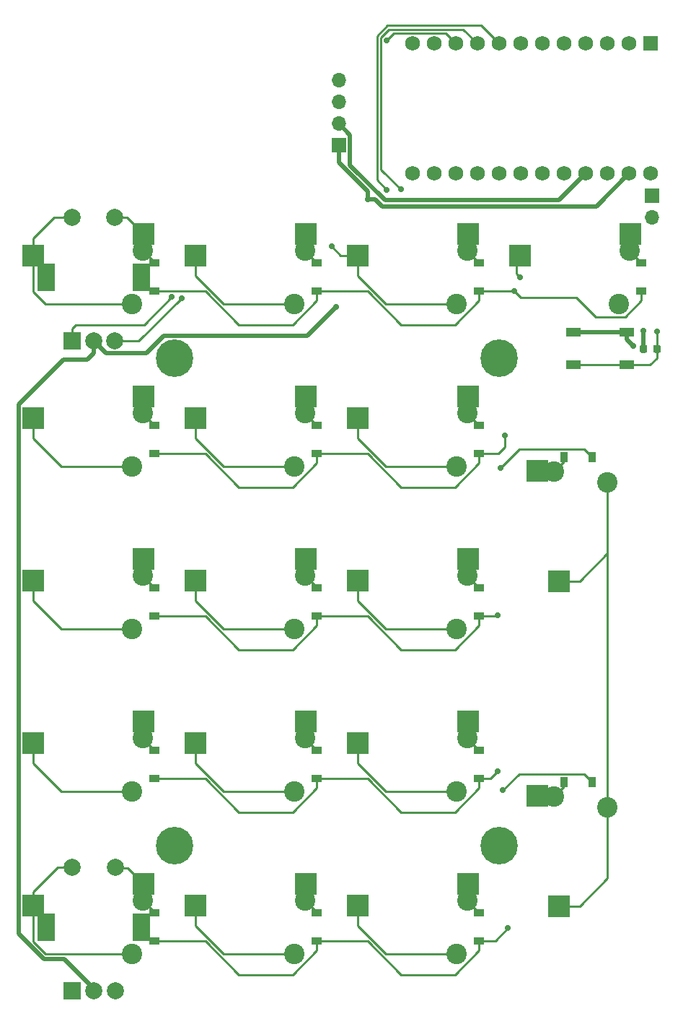
<source format=gbr>
G04 #@! TF.GenerationSoftware,KiCad,Pcbnew,(5.1.6)-1*
G04 #@! TF.CreationDate,2020-09-28T23:28:13+08:00*
G04 #@! TF.ProjectId,Hami,48616d69-2e6b-4696-9361-645f70636258,rev?*
G04 #@! TF.SameCoordinates,Original*
G04 #@! TF.FileFunction,Copper,L2,Bot*
G04 #@! TF.FilePolarity,Positive*
%FSLAX46Y46*%
G04 Gerber Fmt 4.6, Leading zero omitted, Abs format (unit mm)*
G04 Created by KiCad (PCBNEW (5.1.6)-1) date 2020-09-28 23:28:13*
%MOMM*%
%LPD*%
G01*
G04 APERTURE LIST*
G04 #@! TA.AperFunction,ComponentPad*
%ADD10C,2.400000*%
G04 #@! TD*
G04 #@! TA.AperFunction,SMDPad,CuDef*
%ADD11R,2.550000X2.500000*%
G04 #@! TD*
G04 #@! TA.AperFunction,ComponentPad*
%ADD12R,2.000000X3.200000*%
G04 #@! TD*
G04 #@! TA.AperFunction,ComponentPad*
%ADD13C,2.000000*%
G04 #@! TD*
G04 #@! TA.AperFunction,ComponentPad*
%ADD14R,2.000000X2.000000*%
G04 #@! TD*
G04 #@! TA.AperFunction,ComponentPad*
%ADD15R,1.752600X1.752600*%
G04 #@! TD*
G04 #@! TA.AperFunction,ComponentPad*
%ADD16C,1.752600*%
G04 #@! TD*
G04 #@! TA.AperFunction,SMDPad,CuDef*
%ADD17R,2.500000X2.550000*%
G04 #@! TD*
G04 #@! TA.AperFunction,ComponentPad*
%ADD18O,1.700000X1.700000*%
G04 #@! TD*
G04 #@! TA.AperFunction,ComponentPad*
%ADD19R,1.700000X1.700000*%
G04 #@! TD*
G04 #@! TA.AperFunction,SMDPad,CuDef*
%ADD20R,1.700000X1.000000*%
G04 #@! TD*
G04 #@! TA.AperFunction,SMDPad,CuDef*
%ADD21R,1.200000X0.900000*%
G04 #@! TD*
G04 #@! TA.AperFunction,ComponentPad*
%ADD22C,4.400000*%
G04 #@! TD*
G04 #@! TA.AperFunction,SMDPad,CuDef*
%ADD23R,0.900000X1.200000*%
G04 #@! TD*
G04 #@! TA.AperFunction,ViaPad*
%ADD24C,0.700000*%
G04 #@! TD*
G04 #@! TA.AperFunction,Conductor*
%ADD25C,0.250000*%
G04 #@! TD*
G04 #@! TA.AperFunction,Conductor*
%ADD26C,0.500000*%
G04 #@! TD*
G04 APERTURE END LIST*
D10*
X160075000Y-104750000D03*
X161325000Y-98450000D03*
D11*
X161417000Y-96520000D03*
X148490000Y-99060000D03*
D10*
X141025000Y-104750000D03*
X142275000Y-98450000D03*
D11*
X142367000Y-96520000D03*
X129440000Y-99060000D03*
D10*
X160075000Y-85700000D03*
X161325000Y-79400000D03*
D11*
X161417000Y-77470000D03*
X148490000Y-80010000D03*
D10*
X141025000Y-66650000D03*
X142275000Y-60350000D03*
D11*
X142367000Y-58420000D03*
X129440000Y-60960000D03*
D10*
X160075000Y-66650000D03*
X161325000Y-60350000D03*
D11*
X161417000Y-58420000D03*
X148490000Y-60960000D03*
D12*
X123075000Y-139700000D03*
X111875000Y-139700000D03*
D13*
X119975000Y-132700000D03*
X119975000Y-147200000D03*
X117475000Y-147200000D03*
D14*
X114975000Y-147200000D03*
D13*
X114975000Y-132700000D03*
D12*
X123061000Y-63481999D03*
X111861000Y-63481999D03*
D13*
X119961000Y-56481999D03*
X119961000Y-70981999D03*
X117461000Y-70981999D03*
D14*
X114961000Y-70981999D03*
D13*
X114961000Y-56481999D03*
D15*
X182829200Y-36108000D03*
D16*
X180289200Y-36108000D03*
X177749200Y-36108000D03*
X175209200Y-36108000D03*
X172669200Y-36108000D03*
X170129200Y-36108000D03*
X167589200Y-36108000D03*
X165049200Y-36108000D03*
X162509200Y-36108000D03*
X159969200Y-36108000D03*
X157429200Y-36108000D03*
X154889200Y-51348000D03*
X157429200Y-51348000D03*
X159969200Y-51348000D03*
X162509200Y-51348000D03*
X165049200Y-51348000D03*
X167589200Y-51348000D03*
X170129200Y-51348000D03*
X172669200Y-51348000D03*
X175209200Y-51348000D03*
X177749200Y-51348000D03*
X180289200Y-51348000D03*
X154889200Y-36108000D03*
X182829200Y-51348000D03*
D17*
X172085000Y-137260000D03*
X169545000Y-124333000D03*
D10*
X177775000Y-125675000D03*
X171475000Y-124425000D03*
D17*
X172085000Y-99160000D03*
X169545000Y-86233000D03*
D10*
X177775000Y-87575000D03*
X171475000Y-86325000D03*
X179125000Y-66650000D03*
X180375000Y-60350000D03*
D11*
X180467000Y-58420000D03*
X167540000Y-60960000D03*
D10*
X160075000Y-142850000D03*
X161325000Y-136550000D03*
D11*
X161417000Y-134620000D03*
X148490000Y-137160000D03*
D10*
X160075000Y-123800000D03*
X161325000Y-117500000D03*
D11*
X161417000Y-115570000D03*
X148490000Y-118110000D03*
D10*
X141025000Y-142850000D03*
X142275000Y-136550000D03*
D11*
X142367000Y-134620000D03*
X129440000Y-137160000D03*
D10*
X141025000Y-123800000D03*
X142275000Y-117500000D03*
D11*
X142367000Y-115570000D03*
X129440000Y-118110000D03*
D10*
X141025000Y-85700000D03*
X142275000Y-79400000D03*
D11*
X142367000Y-77470000D03*
X129440000Y-80010000D03*
D10*
X121975000Y-142850000D03*
X123225000Y-136550000D03*
D11*
X123317000Y-134620000D03*
X110390000Y-137160000D03*
D10*
X121975000Y-123800000D03*
X123225000Y-117500000D03*
D11*
X123317000Y-115570000D03*
X110390000Y-118110000D03*
D10*
X121975000Y-104750000D03*
X123225000Y-98450000D03*
D11*
X123317000Y-96520000D03*
X110390000Y-99060000D03*
D10*
X121975000Y-85700000D03*
X123225000Y-79400000D03*
D11*
X123317000Y-77470000D03*
X110390000Y-80010000D03*
D10*
X121975000Y-66650000D03*
X123225000Y-60350000D03*
D11*
X123317000Y-58420000D03*
X110390000Y-60960000D03*
D18*
X183042901Y-56461797D03*
D19*
X183042901Y-53921797D03*
D18*
X146242901Y-40411797D03*
X146242901Y-42951797D03*
X146242901Y-45491797D03*
D19*
X146242901Y-48031797D03*
D20*
X173761000Y-73781999D03*
X180061000Y-73781999D03*
X173761000Y-69981999D03*
X180061000Y-69981999D03*
D21*
X143668750Y-138050000D03*
X143668750Y-141350000D03*
D22*
X127000000Y-73025000D03*
X165100000Y-73025000D03*
G04 #@! TA.AperFunction,SMDPad,CuDef*
G36*
G01*
X184028900Y-71651150D02*
X184028900Y-72163650D01*
G75*
G02*
X183810150Y-72382400I-218750J0D01*
G01*
X183372650Y-72382400D01*
G75*
G02*
X183153900Y-72163650I0J218750D01*
G01*
X183153900Y-71651150D01*
G75*
G02*
X183372650Y-71432400I218750J0D01*
G01*
X183810150Y-71432400D01*
G75*
G02*
X184028900Y-71651150I0J-218750D01*
G01*
G37*
G04 #@! TD.AperFunction*
G04 #@! TA.AperFunction,SMDPad,CuDef*
G36*
G01*
X182453900Y-71651150D02*
X182453900Y-72163650D01*
G75*
G02*
X182235150Y-72382400I-218750J0D01*
G01*
X181797650Y-72382400D01*
G75*
G02*
X181578900Y-72163650I0J218750D01*
G01*
X181578900Y-71651150D01*
G75*
G02*
X181797650Y-71432400I218750J0D01*
G01*
X182235150Y-71432400D01*
G75*
G02*
X182453900Y-71651150I0J-218750D01*
G01*
G37*
G04 #@! TD.AperFunction*
X127000000Y-130175000D03*
X165100000Y-130175000D03*
D23*
X172657500Y-122682000D03*
X175957500Y-122682000D03*
X172657500Y-84582000D03*
X175957500Y-84582000D03*
D21*
X181768750Y-61850000D03*
X181768750Y-65150000D03*
X162718750Y-138050000D03*
X162718750Y-141350000D03*
X162718750Y-119000000D03*
X162718750Y-122300000D03*
X162718750Y-99950000D03*
X162718750Y-103250000D03*
X162718750Y-80900000D03*
X162718750Y-84200000D03*
X162718750Y-61850000D03*
X162718750Y-65150000D03*
X143668750Y-119000000D03*
X143668750Y-122300000D03*
X143668750Y-99950000D03*
X143668750Y-103250000D03*
X143668750Y-80900000D03*
X143668750Y-84200000D03*
X143668750Y-61850000D03*
X143668750Y-65150000D03*
X124618750Y-138050000D03*
X124618750Y-141350000D03*
X124618750Y-119000000D03*
X124618750Y-122300000D03*
X124618750Y-99950000D03*
X124618750Y-103250000D03*
X124618750Y-80900000D03*
X124618750Y-84200000D03*
X124618750Y-61850000D03*
X124618750Y-65150000D03*
D24*
X166850297Y-65150000D03*
X165702206Y-82046091D03*
X164860356Y-103109645D03*
X165227000Y-85852000D03*
X164868751Y-121446793D03*
X166116000Y-139827000D03*
X165521249Y-123657751D03*
X180800000Y-71525000D03*
X145950000Y-67000000D03*
X149625000Y-54350000D03*
X145400499Y-59900000D03*
X167481250Y-63500000D03*
X182016400Y-69773800D03*
X183591400Y-69849800D03*
X153525000Y-53224301D03*
X151875000Y-53250000D03*
X127775000Y-65950000D03*
X151854246Y-35725245D03*
X126625000Y-65825000D03*
D25*
X162718750Y-65150000D02*
X166850297Y-65150000D01*
X167575298Y-65875001D02*
X166850297Y-65150000D01*
X174091003Y-65875001D02*
X167575298Y-65875001D01*
X176391003Y-68175001D02*
X174091003Y-65875001D01*
X179857001Y-68175001D02*
X176391003Y-68175001D01*
X181768750Y-66263252D02*
X179857001Y-68175001D01*
X181768750Y-65150000D02*
X181768750Y-66263252D01*
X159907001Y-69075001D02*
X153546589Y-69075001D01*
X153546589Y-69075001D02*
X149621588Y-65150000D01*
X149621588Y-65150000D02*
X143668750Y-65150000D01*
X162718750Y-66263252D02*
X159907001Y-69075001D01*
X162718750Y-65150000D02*
X162718750Y-66263252D01*
X134496589Y-69075001D02*
X130571588Y-65150000D01*
X143668750Y-66263252D02*
X140857001Y-69075001D01*
X140857001Y-69075001D02*
X134496589Y-69075001D01*
X130571588Y-65150000D02*
X124618750Y-65150000D01*
X143668750Y-65150000D02*
X143668750Y-66263252D01*
X124618750Y-61743750D02*
X123225000Y-60350000D01*
X124618750Y-61850000D02*
X124618750Y-61743750D01*
X123225000Y-58512000D02*
X123317000Y-58420000D01*
X123225000Y-60350000D02*
X123225000Y-58512000D01*
X121378999Y-56481999D02*
X123317000Y-58420000D01*
X119961000Y-56481999D02*
X121378999Y-56481999D01*
X134496589Y-88125001D02*
X130571588Y-84200000D01*
X140857001Y-88125001D02*
X134496589Y-88125001D01*
X143668750Y-84200000D02*
X143668750Y-85313252D01*
X130571588Y-84200000D02*
X124618750Y-84200000D01*
X143668750Y-85313252D02*
X140857001Y-88125001D01*
X153546589Y-88125001D02*
X149621588Y-84200000D01*
X159907001Y-88125001D02*
X153546589Y-88125001D01*
X162718750Y-84200000D02*
X162718750Y-85313252D01*
X149621588Y-84200000D02*
X143668750Y-84200000D01*
X162718750Y-85313252D02*
X159907001Y-88125001D01*
X162718750Y-84200000D02*
X164945297Y-84200000D01*
X165702206Y-82046091D02*
X165702206Y-83443091D01*
X165702206Y-83443091D02*
X164945297Y-84200000D01*
X123225000Y-77562000D02*
X123317000Y-77470000D01*
X123225000Y-79400000D02*
X123225000Y-77562000D01*
X123225000Y-79506250D02*
X124618750Y-80900000D01*
X123225000Y-79400000D02*
X123225000Y-79506250D01*
X134496589Y-107175001D02*
X130571588Y-103250000D01*
X140857001Y-107175001D02*
X134496589Y-107175001D01*
X143668750Y-103250000D02*
X143668750Y-104363252D01*
X130571588Y-103250000D02*
X124618750Y-103250000D01*
X143668750Y-104363252D02*
X140857001Y-107175001D01*
X153546589Y-107175001D02*
X149621588Y-103250000D01*
X159907001Y-107175001D02*
X153546589Y-107175001D01*
X162718750Y-103250000D02*
X162718750Y-104363252D01*
X149621588Y-103250000D02*
X143668750Y-103250000D01*
X162718750Y-104363252D02*
X159907001Y-107175001D01*
X162718750Y-103250000D02*
X164720000Y-103250000D01*
X164720000Y-103250000D02*
X164860356Y-103109645D01*
X167422001Y-83656999D02*
X165227000Y-85852000D01*
X175957500Y-84582000D02*
X175032499Y-83656999D01*
X175032499Y-83656999D02*
X167422001Y-83656999D01*
X123225000Y-96612000D02*
X123317000Y-96520000D01*
X123225000Y-98450000D02*
X123225000Y-96612000D01*
X123225000Y-98556250D02*
X124618750Y-99950000D01*
X123225000Y-98450000D02*
X123225000Y-98556250D01*
X134496589Y-126225001D02*
X130571588Y-122300000D01*
X140857001Y-126225001D02*
X134496589Y-126225001D01*
X143668750Y-122300000D02*
X143668750Y-123413252D01*
X130571588Y-122300000D02*
X124618750Y-122300000D01*
X143668750Y-123413252D02*
X140857001Y-126225001D01*
X153546589Y-126225001D02*
X149621588Y-122300000D01*
X159907001Y-126225001D02*
X153546589Y-126225001D01*
X162718750Y-122300000D02*
X162718750Y-123413252D01*
X149621588Y-122300000D02*
X143668750Y-122300000D01*
X162718750Y-123413252D02*
X159907001Y-126225001D01*
X164015544Y-122300000D02*
X162718750Y-122300000D01*
X164868751Y-121446793D02*
X164015544Y-122300000D01*
X123225000Y-115662000D02*
X123317000Y-115570000D01*
X123225000Y-117500000D02*
X123225000Y-115662000D01*
X123225000Y-117606250D02*
X124618750Y-119000000D01*
X123225000Y-117500000D02*
X123225000Y-117606250D01*
X134496589Y-145275001D02*
X130571588Y-141350000D01*
X140857001Y-145275001D02*
X134496589Y-145275001D01*
X143668750Y-141350000D02*
X143668750Y-142463252D01*
X130571588Y-141350000D02*
X124618750Y-141350000D01*
X143668750Y-142463252D02*
X140857001Y-145275001D01*
X153546589Y-145275001D02*
X149621588Y-141350000D01*
X159907001Y-145275001D02*
X153546589Y-145275001D01*
X162718750Y-141350000D02*
X162718750Y-142463252D01*
X149621588Y-141350000D02*
X143668750Y-141350000D01*
X162718750Y-142463252D02*
X159907001Y-145275001D01*
X162718750Y-141350000D02*
X164593000Y-141350000D01*
X164593000Y-141350000D02*
X166116000Y-139827000D01*
X175957500Y-122682000D02*
X175032499Y-121756999D01*
X175032499Y-121756999D02*
X167422001Y-121756999D01*
X167422001Y-121756999D02*
X165521249Y-123657751D01*
X124618750Y-137943750D02*
X123225000Y-136550000D01*
X124618750Y-138050000D02*
X124618750Y-137943750D01*
X123317000Y-136458000D02*
X123225000Y-136550000D01*
X123317000Y-134620000D02*
X123317000Y-136458000D01*
X121491999Y-132794999D02*
X123317000Y-134620000D01*
X120474000Y-132794999D02*
X121491999Y-132794999D01*
X120379001Y-132700000D02*
X120474000Y-132794999D01*
X119975000Y-132700000D02*
X120379001Y-132700000D01*
X142275000Y-60456250D02*
X143668750Y-61850000D01*
X142275000Y-60350000D02*
X142275000Y-60456250D01*
X142275000Y-58512000D02*
X142367000Y-58420000D01*
X142275000Y-60350000D02*
X142275000Y-58512000D01*
X142275000Y-77562000D02*
X142367000Y-77470000D01*
X142275000Y-79400000D02*
X142275000Y-77562000D01*
X142275000Y-79506250D02*
X143668750Y-80900000D01*
X142275000Y-79400000D02*
X142275000Y-79506250D01*
X143668750Y-99843750D02*
X142275000Y-98450000D01*
X143668750Y-99950000D02*
X143668750Y-99843750D01*
X142275000Y-96612000D02*
X142367000Y-96520000D01*
X142275000Y-98450000D02*
X142275000Y-96612000D01*
X142275000Y-115662000D02*
X142367000Y-115570000D01*
X142275000Y-117500000D02*
X142275000Y-115662000D01*
X142275000Y-117606250D02*
X143668750Y-119000000D01*
X142275000Y-117500000D02*
X142275000Y-117606250D01*
X161325000Y-60456250D02*
X162718750Y-61850000D01*
X161325000Y-60350000D02*
X161325000Y-60456250D01*
X161325000Y-58512000D02*
X161417000Y-58420000D01*
X161325000Y-60350000D02*
X161325000Y-58512000D01*
X161325000Y-77562000D02*
X161417000Y-77470000D01*
X161325000Y-79400000D02*
X161325000Y-77562000D01*
X161325000Y-79506250D02*
X162718750Y-80900000D01*
X161325000Y-79400000D02*
X161325000Y-79506250D01*
X161325000Y-96612000D02*
X161417000Y-96520000D01*
X161325000Y-98450000D02*
X161325000Y-96612000D01*
X161325000Y-98556250D02*
X162718750Y-99950000D01*
X161325000Y-98450000D02*
X161325000Y-98556250D01*
X161325000Y-115662000D02*
X161417000Y-115570000D01*
X161325000Y-117500000D02*
X161325000Y-115662000D01*
X161325000Y-117606250D02*
X162718750Y-119000000D01*
X161325000Y-117500000D02*
X161325000Y-117606250D01*
X161325000Y-134712000D02*
X161417000Y-134620000D01*
X161325000Y-136550000D02*
X161325000Y-134712000D01*
X161325000Y-136656250D02*
X162718750Y-138050000D01*
X161325000Y-136550000D02*
X161325000Y-136656250D01*
X180375000Y-58512000D02*
X180467000Y-58420000D01*
X180375000Y-60350000D02*
X180375000Y-58512000D01*
X180375000Y-60456250D02*
X181768750Y-61850000D01*
X180375000Y-60350000D02*
X180375000Y-60456250D01*
X172657500Y-85142500D02*
X171475000Y-86325000D01*
X172657500Y-84582000D02*
X172657500Y-85142500D01*
X169637000Y-86325000D02*
X169545000Y-86233000D01*
X171475000Y-86325000D02*
X169637000Y-86325000D01*
D26*
X173761000Y-69981999D02*
X180061000Y-69981999D01*
X180061000Y-70786000D02*
X180800000Y-71525000D01*
X180061000Y-69981999D02*
X180061000Y-70786000D01*
X146242901Y-50063900D02*
X146242901Y-48031797D01*
X108664999Y-78399999D02*
X113914998Y-73150000D01*
X117475000Y-147200000D02*
X117475000Y-146889998D01*
X117475000Y-146889998D02*
X114010012Y-143425010D01*
X114010012Y-143425010D02*
X111601822Y-143425010D01*
X111601822Y-143425010D02*
X108664999Y-140488187D01*
X108664999Y-140488187D02*
X108664999Y-78399999D01*
X117461000Y-72396212D02*
X117461000Y-70981999D01*
X116707212Y-73150000D02*
X117461000Y-72396212D01*
X113914998Y-73150000D02*
X116707212Y-73150000D01*
X118911001Y-72432000D02*
X123670998Y-72432000D01*
X117461000Y-70981999D02*
X118911001Y-72432000D01*
X123670998Y-72432000D02*
X125727999Y-70374999D01*
X125727999Y-70374999D02*
X142575001Y-70374999D01*
X142575001Y-70374999D02*
X145950000Y-67000000D01*
X149625000Y-53446000D02*
X147502000Y-51323000D01*
X149625000Y-54350000D02*
X149625000Y-53446000D01*
X147502000Y-51323000D02*
X146242901Y-50063900D01*
X151360999Y-55181999D02*
X150529000Y-54350000D01*
X176455201Y-55181999D02*
X151360999Y-55181999D01*
X150529000Y-54350000D02*
X149625000Y-54350000D01*
X180289200Y-51348000D02*
X176455201Y-55181999D01*
D25*
X110390000Y-82432002D02*
X110390000Y-80010000D01*
X113657998Y-85700000D02*
X110390000Y-82432002D01*
X121975000Y-85700000D02*
X113657998Y-85700000D01*
X110390000Y-101482002D02*
X110390000Y-99060000D01*
X113657998Y-104750000D02*
X110390000Y-101482002D01*
X121975000Y-104750000D02*
X113657998Y-104750000D01*
X110390000Y-120532002D02*
X110390000Y-118110000D01*
X113657998Y-123800000D02*
X110390000Y-120532002D01*
X121975000Y-123800000D02*
X113657998Y-123800000D01*
X114961000Y-56481999D02*
X112861000Y-56481999D01*
X110390000Y-58952999D02*
X110390000Y-60960000D01*
X112861000Y-56481999D02*
X110390000Y-58952999D01*
X110390000Y-141400002D02*
X110390000Y-137160000D01*
X111839998Y-142850000D02*
X110390000Y-141400002D01*
X121975000Y-142850000D02*
X111839998Y-142850000D01*
X110390000Y-137160000D02*
X110390000Y-135585000D01*
X113275000Y-132700000D02*
X114975000Y-132700000D01*
X110390000Y-135585000D02*
X113275000Y-132700000D01*
X110390000Y-65196001D02*
X110390000Y-60960000D01*
X111843999Y-66650000D02*
X110390000Y-65196001D01*
X121975000Y-66650000D02*
X111843999Y-66650000D01*
X129440000Y-82432002D02*
X129440000Y-80010000D01*
X132707998Y-85700000D02*
X129440000Y-82432002D01*
X141025000Y-85700000D02*
X132707998Y-85700000D01*
X129440000Y-101482002D02*
X129440000Y-99060000D01*
X132707998Y-104750000D02*
X129440000Y-101482002D01*
X141025000Y-104750000D02*
X132707998Y-104750000D01*
X129440000Y-120532002D02*
X129440000Y-118110000D01*
X132707998Y-123800000D02*
X129440000Y-120532002D01*
X141025000Y-123800000D02*
X132707998Y-123800000D01*
X129440000Y-139582002D02*
X129440000Y-137160000D01*
X132707998Y-142850000D02*
X129440000Y-139582002D01*
X141025000Y-142850000D02*
X132707998Y-142850000D01*
X141025000Y-66650000D02*
X132707998Y-66650000D01*
X129440000Y-63382002D02*
X129440000Y-60960000D01*
X132707998Y-66650000D02*
X129440000Y-63382002D01*
X148490000Y-139582002D02*
X148490000Y-137160000D01*
X151757998Y-142850000D02*
X148490000Y-139582002D01*
X160075000Y-142850000D02*
X151757998Y-142850000D01*
X148490000Y-120532002D02*
X148490000Y-118110000D01*
X151757998Y-123800000D02*
X148490000Y-120532002D01*
X160075000Y-123800000D02*
X151757998Y-123800000D01*
X148490000Y-101482002D02*
X148490000Y-99060000D01*
X151757998Y-104750000D02*
X148490000Y-101482002D01*
X160075000Y-104750000D02*
X151757998Y-104750000D01*
X148490000Y-82432002D02*
X148490000Y-80010000D01*
X151757998Y-85700000D02*
X148490000Y-82432002D01*
X160075000Y-85700000D02*
X151757998Y-85700000D01*
X148490000Y-63382002D02*
X148490000Y-60960000D01*
X151757998Y-66650000D02*
X148490000Y-63382002D01*
X160075000Y-66650000D02*
X151757998Y-66650000D01*
X148490000Y-60960000D02*
X146460499Y-60960000D01*
X146460499Y-60960000D02*
X145400499Y-59900000D01*
X167065000Y-63083750D02*
X167481250Y-63500000D01*
X167065000Y-60960000D02*
X167065000Y-63083750D01*
X177775000Y-133992002D02*
X177775000Y-125675000D01*
X174507002Y-137260000D02*
X177775000Y-133992002D01*
X172085000Y-137260000D02*
X174507002Y-137260000D01*
X177775000Y-95892002D02*
X177775000Y-87575000D01*
X174507002Y-99160000D02*
X177775000Y-95892002D01*
X172085000Y-99160000D02*
X174507002Y-99160000D01*
X177775000Y-125675000D02*
X177775000Y-95892002D01*
X172657500Y-123242500D02*
X171475000Y-124425000D01*
X172657500Y-122682000D02*
X172657500Y-123242500D01*
X169637000Y-124425000D02*
X169545000Y-124333000D01*
X171475000Y-124425000D02*
X169637000Y-124425000D01*
D26*
X182016400Y-71907400D02*
X182016400Y-69773800D01*
X147561000Y-50392037D02*
X151650952Y-54481989D01*
X172075211Y-54481989D02*
X175209200Y-51348000D01*
X151650952Y-54481989D02*
X172075211Y-54481989D01*
X146242901Y-45491797D02*
X147561000Y-46809896D01*
X147561000Y-46809896D02*
X147561000Y-50392037D01*
D25*
X180061000Y-73781999D02*
X173761000Y-73781999D01*
X182775801Y-73781999D02*
X183591400Y-72966400D01*
X180061000Y-73781999D02*
X182775801Y-73781999D01*
X183591400Y-72966400D02*
X183591400Y-71907400D01*
X183591400Y-71907400D02*
X183591400Y-69849800D01*
X143668750Y-137943750D02*
X142275000Y-136550000D01*
X143668750Y-138050000D02*
X143668750Y-137943750D01*
X142275000Y-134712000D02*
X142367000Y-134620000D01*
X142275000Y-136550000D02*
X142275000Y-134712000D01*
X162509200Y-36108000D02*
X160857890Y-34456690D01*
X151347090Y-51046391D02*
X153525000Y-53224301D01*
X160857890Y-34456690D02*
X152123799Y-34456690D01*
X152123799Y-34456690D02*
X151179245Y-35401244D01*
X151179245Y-35401244D02*
X151179245Y-50878546D01*
X151179245Y-50878546D02*
X151347090Y-51046391D01*
X162947880Y-34006680D02*
X151937398Y-34006681D01*
X151937398Y-34006681D02*
X150729235Y-35214844D01*
X165049200Y-36108000D02*
X162947880Y-34006680D01*
X150729235Y-35214844D02*
X150729235Y-52104235D01*
X150729235Y-52104235D02*
X151875000Y-53250000D01*
X122743001Y-70981999D02*
X119961000Y-70981999D01*
X127775000Y-65950000D02*
X122743001Y-70981999D01*
X158767899Y-34906699D02*
X159969200Y-36108000D01*
X152672792Y-34906699D02*
X158767899Y-34906699D01*
X151854246Y-35725245D02*
X152672792Y-34906699D01*
X126625000Y-65825000D02*
X123374999Y-69075001D01*
X123374999Y-69075001D02*
X115399999Y-69075001D01*
X114961000Y-69514000D02*
X114961000Y-70981999D01*
X115399999Y-69075001D02*
X114961000Y-69514000D01*
M02*

</source>
